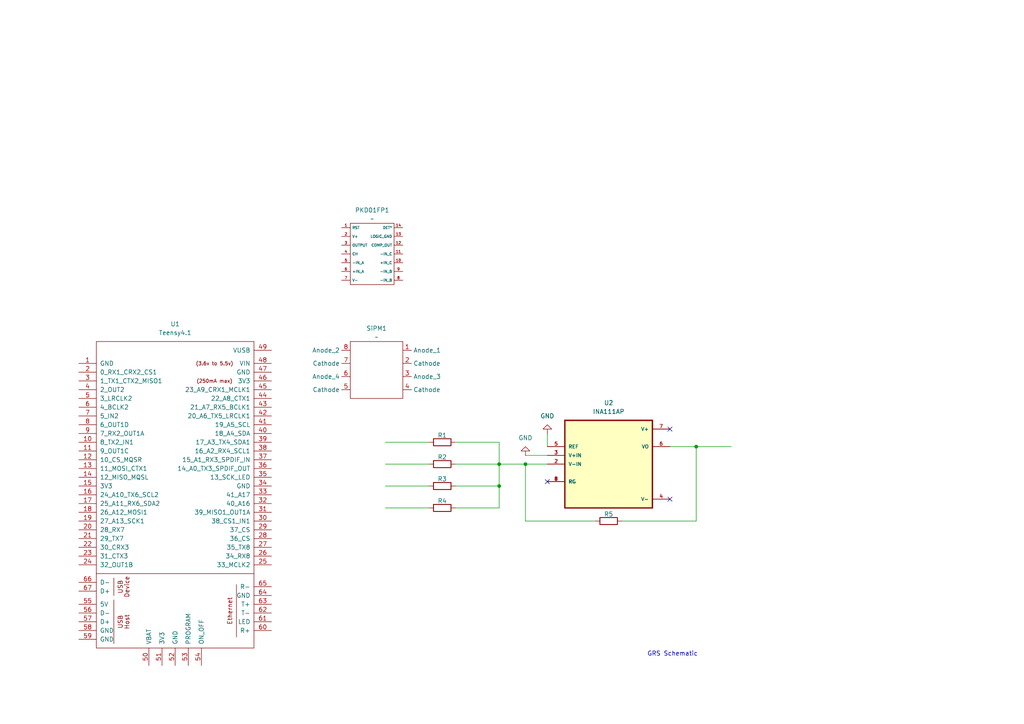
<source format=kicad_sch>
(kicad_sch (version 20231120) (generator "eeschema") (generator_version "8.0")
  (paper "A4")
  (lib_symbols
    (symbol "Device:R" (pin_numbers hide) (pin_names (offset 0))
      (property "Reference" "R" (at 2.032 0 90))
      (property "Value" "R" (at 0 0 90))
      (symbol "R_0_1"
        (rectangle (start -1.016 -2.54) (end 1.016 2.54) (stroke (width 0.254)))
      )
      (symbol "R_1_1"
        (pin passive line (at 0 3.81 270) (length 1.27) (name "~") (number "1"))
        (pin passive line (at 0 -3.81 90) (length 1.27) (name "~") (number "2"))
      )
    )
    (symbol "HAB:SiPM"
      (property "Reference" "SiPM" (at 0 0 0))
      (symbol "SiPM_0_1"
        (rectangle (start -7.62 -1.27) (end 7.62 -17.78))
      )
      (symbol "SiPM_1_1"
        (pin output line (at 7.62 -3.81 0) (length 2.54) (name "Anode_1") (number "1"))
        (pin output line (at 7.62 -7.62 0) (length 2.54) (name "Cathode") (number "2"))
        (pin output line (at 7.62 -11.43 0) (length 2.54) (name "Anode_3") (number "3"))
        (pin output line (at 7.62 -15.24 0) (length 2.54) (name "Cathode") (number "4"))
        (pin output line (at -7.62 -15.24 180) (length 2.54) (name "Cathode") (number "5"))
        (pin output line (at -7.62 -11.43 180) (length 2.54) (name "Anode_4") (number "6"))
        (pin output line (at -7.62 -7.62 180) (length 2.54) (name "Cathode") (number "7"))
        (pin output line (at -7.62 -3.81 180) (length 2.54) (name "Anode_2") (number "8"))
      )
    )
    (symbol "INA111AP:INA111AP" (pin_names (offset 1.016))
      (property "Reference" "U" (at -12.7 13.7 0))
      (property "Value" "INA111AP" (at -12.7 -16.7 0))
      (symbol "INA111AP_0_0"
        (rectangle (start -12.7 -12.7) (end 12.7 12.7) (stroke (width 0.41)) (fill (type background)))
        (pin bidirectional line (at -17.78 -5.08 0) (length 5.08) (name "RG") (number "1"))
        (pin input line (at -17.78 0 0) (length 5.08) (name "V-IN") (number "2"))
        (pin input line (at -17.78 2.54 0) (length 5.08) (name "V+IN") (number "3"))
        (pin power_in line (at 17.78 -10.16 180) (length 5.08) (name "V-") (number "4"))
        (pin input line (at -17.78 5.08 0) (length 5.08) (name "REF") (number "5"))
        (pin output line (at 17.78 5.08 180) (length 5.08) (name "VO") (number "6"))
        (pin power_in line (at 17.78 10.16 180) (length 5.08) (name "V+") (number "7"))
        (pin bidirectional line (at -17.78 -5.08 0) (length 5.08) (name "RG") (number "8"))
      )
    )
    (symbol "New_Library:PKD01FP"
      (property "Reference" "PKD01FP" (at 0 0 0))
      (symbol "PKD01FP_0_1"
        (rectangle (start -6.35 -1.27) (end 6.35 -19.05))
      )
      (symbol "PKD01FP_1_1"
        (pin bidirectional line (at -8.89 -2.54 0) (length 2.54) (name "RST") (number "1"))
        (pin input line (at 8.89 -12.7 180) (length 2.54) (name "+IN_C") (number "10"))
        (pin input line (at 8.89 -10.16 180) (length 2.54) (name "-IN_C") (number "11"))
        (pin output line (at 8.89 -7.62 180) (length 2.54) (name "COMP_OUT") (number "12"))
        (pin power_in line (at 8.89 -5.08 180) (length 2.54) (name "LOGIC_GND") (number "13"))
        (pin output line (at 8.89 -2.54 180) (length 2.54) (name "DET*") (number "14"))
        (pin power_out line (at -8.89 -5.08 0) (length 2.54) (name "V+") (number "2"))
        (pin output line (at -8.89 -7.62 0) (length 2.54) (name "OUTPUT") (number "3"))
        (pin passive line (at -8.89 -10.16 0) (length 2.54) (name "CH") (number "4"))
        (pin input line (at -8.89 -12.7 0) (length 2.54) (name "-IN_A") (number "5"))
        (pin input line (at -8.89 -15.24 0) (length 2.54) (name "+IN_A") (number "6"))
        (pin power_in line (at -8.89 -17.78 0) (length 2.54) (name "V-") (number "7"))
        (pin input line (at 8.89 -17.78 180) (length 2.54) (name "-IN_B") (number "8"))
        (pin input line (at 8.89 -15.24 180) (length 2.54) (name "-IN_B") (number "9"))
      )
    )
    (symbol "power:GND" (power) (pin_numbers hide) (pin_names (offset 0) hide)
      (property "Value" "GND" (at 0 -3.81 0))
      (symbol "GND_0_1"
        (polyline (pts (xy 0 0) (xy 0 -1.27) (xy 1.27 -1.27) (xy 0 -2.54) (xy -1.27 -1.27) (xy 0 -1.27)))
      )
      (symbol "GND_1_1"
        (pin power_in line (at 0 0 270) (length 0) (name "~") (number "1"))
      )
    )
    (symbol "teensy:Teensy4.1" (pin_names (offset 1.016))
      (property "Reference" "U" (at 0 64.77 0))
      (property "Value" "Teensy4.1" (at 0 62.23 0))
      (symbol "Teensy4.1_0_0"
        (polyline (pts (xy -22.86 -6.35) (xy 22.86 -6.35)))
        (polyline (pts (xy -17.78 -26.67) (xy -17.78 -13.97)))
        (polyline (pts (xy -17.78 -7.62) (xy -17.78 -12.7)))
        (polyline (pts (xy 17.78 -9.525) (xy 17.78 -24.765)))
        (text "(250mA max)" (at 11.43 49.53 0) (effects (font (size 1.016 1.016))))
        (text "(3.6v to 5.5v)" (at 11.43 54.61 0) (effects (font (size 1.016 1.016))))
        (text "Device" (at -13.97 -10.16 900) (effects (font (size 1.27 1.27))))
        (text "Ethernet" (at 15.875 -17.145 900) (effects (font (size 1.27 1.27))))
        (text "Host" (at -13.97 -20.32 900) (effects (font (size 1.27 1.27))))
        (text "USB" (at -15.875 -20.32 900) (effects (font (size 1.27 1.27))))
        (text "USB" (at -15.875 -10.16 900) (effects (font (size 1.27 1.27))))
        (pin bidirectional line (at -27.94 31.75 0) (length 5.08) (name "8_TX2_IN1") (number "10"))
        (pin bidirectional line (at -27.94 29.21 0) (length 5.08) (name "9_OUT1C") (number "11"))
        (pin bidirectional line (at -27.94 26.67 0) (length 5.08) (name "10_CS_MQSR") (number "12"))
        (pin bidirectional line (at -27.94 24.13 0) (length 5.08) (name "11_MOSI_CTX1") (number "13"))
        (pin bidirectional line (at -27.94 21.59 0) (length 5.08) (name "12_MISO_MQSL") (number "14"))
        (pin power_in line (at -27.94 19.05 0) (length 5.08) (name "3V3") (number "15"))
        (pin bidirectional line (at -27.94 16.51 0) (length 5.08) (name "24_A10_TX6_SCL2") (number "16"))
        (pin bidirectional line (at -27.94 13.97 0) (length 5.08) (name "25_A11_RX6_SDA2") (number "17"))
        (pin bidirectional line (at -27.94 11.43 0) (length 5.08) (name "26_A12_MOSI1") (number "18"))
        (pin bidirectional line (at -27.94 8.89 0) (length 5.08) (name "27_A13_SCK1") (number "19"))
        (pin bidirectional line (at -27.94 6.35 0) (length 5.08) (name "28_RX7") (number "20"))
        (pin bidirectional line (at -27.94 3.81 0) (length 5.08) (name "29_TX7") (number "21"))
        (pin bidirectional line (at -27.94 1.27 0) (length 5.08) (name "30_CRX3") (number "22"))
        (pin bidirectional line (at -27.94 -1.27 0) (length 5.08) (name "31_CTX3") (number "23"))
        (pin bidirectional line (at -27.94 -3.81 0) (length 5.08) (name "32_OUT1B") (number "24"))
        (pin bidirectional line (at 27.94 -3.81 180) (length 5.08) (name "33_MCLK2") (number "25"))
        (pin bidirectional line (at 27.94 -1.27 180) (length 5.08) (name "34_RX8") (number "26"))
        (pin bidirectional line (at 27.94 1.27 180) (length 5.08) (name "35_TX8") (number "27"))
        (pin bidirectional line (at 27.94 3.81 180) (length 5.08) (name "36_CS") (number "28"))
        (pin bidirectional line (at 27.94 6.35 180) (length 5.08) (name "37_CS") (number "29"))
        (pin bidirectional line (at 27.94 8.89 180) (length 5.08) (name "38_CS1_IN1") (number "30"))
        (pin bidirectional line (at 27.94 11.43 180) (length 5.08) (name "39_MISO1_OUT1A") (number "31"))
        (pin bidirectional line (at 27.94 13.97 180) (length 5.08) (name "40_A16") (number "32"))
        (pin bidirectional line (at 27.94 16.51 180) (length 5.08) (name "41_A17") (number "33"))
        (pin bidirectional line (at 27.94 21.59 180) (length 5.08) (name "13_SCK_LED") (number "35"))
        (pin bidirectional line (at 27.94 24.13 180) (length 5.08) (name "14_A0_TX3_SPDIF_OUT") (number "36"))
        (pin bidirectional line (at 27.94 26.67 180) (length 5.08) (name "15_A1_RX3_SPDIF_IN") (number "37"))
        (pin bidirectional line (at 27.94 29.21 180) (length 5.08) (name "16_A2_RX4_SCL1") (number "38"))
        (pin bidirectional line (at 27.94 31.75 180) (length 5.08) (name "17_A3_TX4_SDA1") (number "39"))
        (pin bidirectional line (at 27.94 34.29 180) (length 5.08) (name "18_A4_SDA") (number "40"))
        (pin bidirectional line (at 27.94 36.83 180) (length 5.08) (name "19_A5_SCL") (number "41"))
        (pin bidirectional line (at 27.94 39.37 180) (length 5.08) (name "20_A6_TX5_LRCLK1") (number "42"))
        (pin bidirectional line (at 27.94 41.91 180) (length 5.08) (name "21_A7_RX5_BCLK1") (number "43"))
        (pin bidirectional line (at 27.94 44.45 180) (length 5.08) (name "22_A8_CTX1") (number "44"))
        (pin bidirectional line (at 27.94 46.99 180) (length 5.08) (name "23_A9_CRX1_MCLK1") (number "45"))
        (pin output line (at 27.94 49.53 180) (length 5.08) (name "3V3") (number "46"))
        (pin output line (at 27.94 52.07 180) (length 5.08) (name "GND") (number "47"))
        (pin power_in line (at 27.94 54.61 180) (length 5.08) (name "VIN") (number "48"))
        (pin power_out line (at 27.94 58.42 180) (length 5.08) (name "VUSB") (number "49"))
        (pin bidirectional line (at -27.94 44.45 0) (length 5.08) (name "3_LRCLK2") (number "5"))
        (pin power_in line (at -7.62 -33.02 90) (length 5.08) (name "VBAT") (number "50"))
        (pin power_in line (at -3.81 -33.02 90) (length 5.08) (name "3V3") (number "51"))
        (pin input line (at 0 -33.02 90) (length 5.08) (name "GND") (number "52"))
        (pin input line (at 3.81 -33.02 90) (length 5.08) (name "PROGRAM") (number "53"))
        (pin input line (at 7.62 -33.02 90) (length 5.08) (name "ON_OFF") (number "54"))
        (pin power_out line (at -27.94 -15.24 0) (length 5.08) (name "5V") (number "55"))
        (pin bidirectional line (at -27.94 -17.78 0) (length 5.08) (name "D-") (number "56"))
        (pin bidirectional line (at -27.94 -20.32 0) (length 5.08) (name "D+") (number "57"))
        (pin power_in line (at -27.94 -22.86 0) (length 5.08) (name "GND") (number "58"))
        (pin power_in line (at -27.94 -25.4 0) (length 5.08) (name "GND") (number "59"))
        (pin bidirectional line (at -27.94 41.91 0) (length 5.08) (name "4_BCLK2") (number "6"))
        (pin bidirectional line (at 27.94 -22.86 180) (length 5.08) (name "R+") (number "60"))
        (pin bidirectional line (at 27.94 -20.32 180) (length 5.08) (name "LED") (number "61"))
        (pin bidirectional line (at 27.94 -17.78 180) (length 5.08) (name "T-") (number "62"))
        (pin bidirectional line (at 27.94 -15.24 180) (length 5.08) (name "T+") (number "63"))
        (pin power_in line (at 27.94 -12.7 180) (length 5.08) (name "GND") (number "64"))
        (pin bidirectional line (at 27.94 -10.16 180) (length 5.08) (name "R-") (number "65"))
        (pin bidirectional line (at -27.94 -8.89 0) (length 5.08) (name "D-") (number "66"))
        (pin bidirectional line (at -27.94 -11.43 0) (length 5.08) (name "D+") (number "67"))
        (pin bidirectional line (at -27.94 39.37 0) (length 5.08) (name "5_IN2") (number "7"))
        (pin bidirectional line (at -27.94 36.83 0) (length 5.08) (name "6_OUT1D") (number "8"))
        (pin bidirectional line (at -27.94 34.29 0) (length 5.08) (name "7_RX2_OUT1A") (number "9"))
      )
      (symbol "Teensy4.1_0_1"
        (rectangle (start -22.86 60.96) (end 22.86 -27.94))
        (rectangle (start -20.32 -1.27) (end -20.32 -1.27))
      )
      (symbol "Teensy4.1_1_1"
        (pin power_in line (at -27.94 54.61 0) (length 5.08) (name "GND") (number "1"))
        (pin bidirectional line (at -27.94 52.07 0) (length 5.08) (name "0_RX1_CRX2_CS1") (number "2"))
        (pin bidirectional line (at -27.94 49.53 0) (length 5.08) (name "1_TX1_CTX2_MISO1") (number "3"))
        (pin power_in line (at 27.94 19.05 180) (length 5.08) (name "GND") (number "34"))
        (pin bidirectional line (at -27.94 46.99 0) (length 5.08) (name "2_OUT2") (number "4"))
      )
    )
  )
  (junction (at 201.93 129.54))
  (junction (at 144.78 140.97))
  (junction (at 152.4 134.62))
  (junction (at 144.78 134.62))
  (no_connect (at 194.31 144.78))
  (no_connect (at 194.31 124.46))
  (no_connect (at 158.75 139.7))
  (wire (pts (xy 132.08 140.97) (xy 144.78 140.97)))
  (wire (pts (xy 158.75 125.73) (xy 158.75 129.54)))
  (wire (pts (xy 144.78 128.27) (xy 144.78 134.62)))
  (wire (pts (xy 201.93 129.54) (xy 212.09 129.54)))
  (wire (pts (xy 144.78 140.97) (xy 144.78 147.32)))
  (wire (pts (xy 152.4 151.13) (xy 172.72 151.13)))
  (wire (pts (xy 132.08 134.62) (xy 144.78 134.62)))
  (wire (pts (xy 111.76 128.27) (xy 124.46 128.27)))
  (wire (pts (xy 144.78 134.62) (xy 144.78 140.97)))
  (wire (pts (xy 152.4 134.62) (xy 152.4 151.13)))
  (wire (pts (xy 152.4 132.08) (xy 158.75 132.08)))
  (wire (pts (xy 111.76 134.62) (xy 124.46 134.62)))
  (wire (pts (xy 194.31 129.54) (xy 201.93 129.54)))
  (wire (pts (xy 111.76 140.97) (xy 124.46 140.97)))
  (wire (pts (xy 132.08 128.27) (xy 144.78 128.27)))
  (wire (pts (xy 180.34 151.13) (xy 201.93 151.13)))
  (wire (pts (xy 152.4 134.62) (xy 158.75 134.62)))
  (wire (pts (xy 201.93 151.13) (xy 201.93 129.54)))
  (wire (pts (xy 111.76 147.32) (xy 124.46 147.32)))
  (wire (pts (xy 144.78 134.62) (xy 152.4 134.62)))
  (wire (pts (xy 132.08 147.32) (xy 144.78 147.32)))
  (text "GRS Schematic" (at 195.072 189.738 0) (effects (font (size 1.27 1.27))))
  (symbol (lib_id "teensy:Teensy4.1") (at 50.8 160.02 0) (unit 1)
    (property "Reference" "U1" (at 50.8 93.98 0))
    (property "Value" "Teensy4.1" (at 50.8 96.52 0))
  )
  (symbol (lib_id "Device:R") (at 128.27 128.27 90) (unit 1)
    (property "Reference" "R1" (at 128.27 127 90) (effects (justify top)))
    (property "Value" "R" (effects (hide yes)))
    (property "Description" "Resistor" (effects (hide yes)))
  )
  (symbol (lib_id "Device:R") (at 128.27 134.62 90) (unit 1)
    (property "Reference" "R2" (at 128.27 132.588 90))
    (property "Value" "R" (effects (hide yes)))
    (property "Description" "Resistor" (effects (hide yes)))
  )
  (symbol (lib_id "power:GND") (at 152.4 132.08 0) (mirror x) (unit 1)
    (property "Reference" "#PWR01" (effects (hide yes)))
    (property "Value" "GND" (at 152.4 127 0))
    (property "Description" "Power symbol creates a global label with name \"GND\" , ground" (effects (hide yes)))
  )
  (symbol (lib_id "New_Library:PKD01FP") (at 107.95 63.5 0) (unit 1)
    (property "Reference" "PKD01FP1" (at 107.95 60.96 0))
    (property "Value" "~" (at 107.95 63.5 0))
  )
  (symbol (lib_id "Device:R") (at 128.27 140.97 90) (unit 1)
    (property "Reference" "R3" (at 128.27 138.938 90))
    (property "Value" "R" (effects (hide yes)))
    (property "Description" "Resistor" (effects (hide yes)))
  )
  (symbol (lib_id "INA111AP:INA111AP") (at 176.53 134.62 0) (unit 1)
    (property "Reference" "U2" (at 176.53 116.84 0))
    (property "Value" "INA111AP" (at 176.53 119.38 0))
    (property "Footprint" "INA111AP:DIP794W45P254L959H508Q8" (effects (hide yes)))
    (property "MF" "Texas Instruments" (effects (hide yes)))
    (property "Description_1" "\n                        \n                            High Speed FET-Input Instrumentation Amplifier\n                        \n" (effects (hide yes)))
    (property "Package" "PDIP-8 Texas" (effects (hide yes)))
    (property "Price" "None" (effects (hide yes)))
    (property "MP" "INA111AP" (effects (hide yes)))
    (property "Availability" "In Stock" (effects (hide yes)))
    (property "Check_prices" "https://www.snapeda.com/parts/INA111AP/Texas+Instruments/view-part/?ref=eda" (effects (hide yes)))
  )
  (symbol (lib_id "Device:R") (at 128.27 147.32 90) (unit 1)
    (property "Reference" "R4" (at 128.27 145.288 90))
    (property "Value" "R" (effects (hide yes)))
    (property "Description" "Resistor" (effects (hide yes)))
  )
  (symbol (lib_id "Device:R") (at 176.53 151.13 90) (unit 1)
    (property "Reference" "R5" (at 176.53 149.86 90) (effects (justify top)))
    (property "Value" "R" (effects (hide yes)))
    (property "Description" "Resistor" (effects (hide yes)))
  )
  (symbol (lib_id "HAB:SiPM") (at 109.22 97.79 0) (unit 1)
    (property "Reference" "SiPM1" (at 109.22 95.25 0))
    (property "Value" "~" (at 109.22 97.79 0))
  )
  (symbol (lib_id "power:GND") (at 158.75 125.73 0) (mirror x) (unit 1)
    (property "Reference" "#PWR02" (effects (hide yes)))
    (property "Value" "GND" (at 158.75 120.65 0))
    (property "Description" "Power symbol creates a global label with name \"GND\" , ground" (effects (hide yes)))
  )
)
</source>
